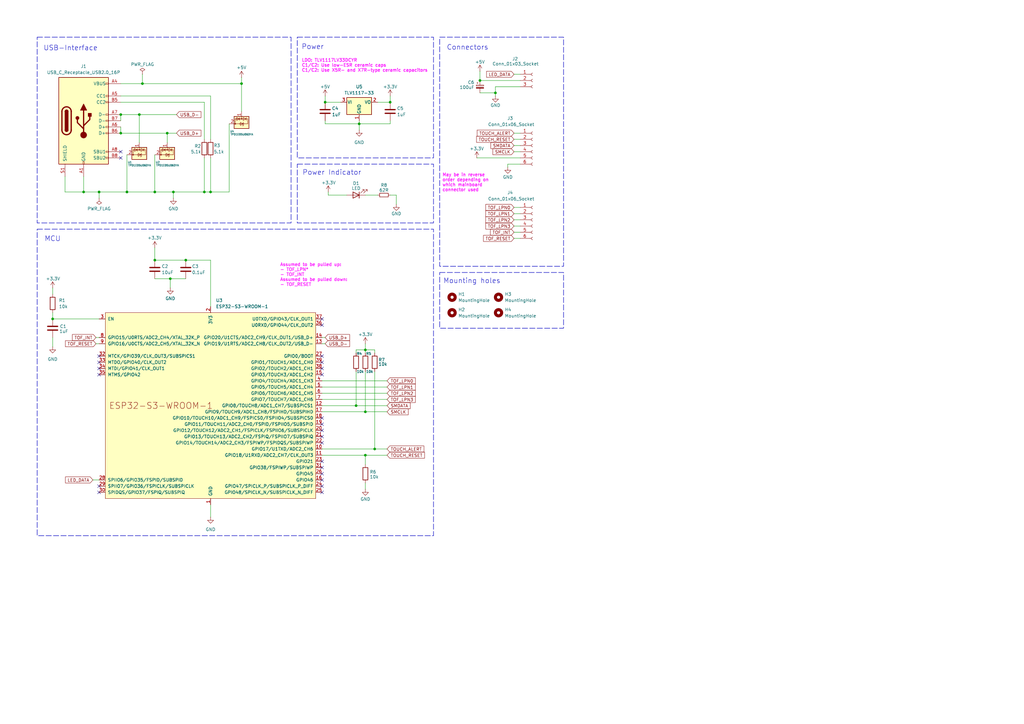
<source format=kicad_sch>
(kicad_sch (version 20250114) (generator "eeschema") (generator_version "9.0")
  (paper "A3")
  (lib_symbols
    (symbol "Connector:Conn_01x03_Socket" (pin_names (offset 1.016) (hide yes))
      (property "Reference" "J" (at 0 5.08 0))
      (property "Value" "Conn_01x03_Socket" (at 0 -5.08 0))
      (symbol "Conn_01x03_Socket_1_1"
        (polyline (pts (xy -1.27 2.54) (xy -0.508 2.54)) (stroke (width 0.1524)))
        (polyline (pts (xy -1.27 0) (xy -0.508 0)) (stroke (width 0.1524)))
        (polyline (pts (xy -1.27 -2.54) (xy -0.508 -2.54)) (stroke (width 0.1524)))
        (arc (start 0 2.032) (mid -0.5058 2.54) (end 0 3.048) (stroke (width 0.1524)))
        (arc (start 0 -0.508) (mid -0.5058 0) (end 0 0.508) (stroke (width 0.1524)))
        (arc (start 0 -3.048) (mid -0.5058 -2.54) (end 0 -2.032) (stroke (width 0.1524)))
        (pin passive line (at -5.08 2.54 0) (length 3.81) (name "Pin_1") (number "1"))
        (pin passive line (at -5.08 0 0) (length 3.81) (name "Pin_2") (number "2"))
        (pin passive line (at -5.08 -2.54 0) (length 3.81) (name "Pin_3") (number "3"))
      )
    )
    (symbol "Connector:Conn_01x06_Socket" (pin_names (offset 1.016) (hide yes))
      (property "Reference" "J" (at 0 7.62 0))
      (property "Value" "Conn_01x06_Socket" (at 0 -10.16 0))
      (symbol "Conn_01x06_Socket_1_1"
        (polyline (pts (xy -1.27 5.08) (xy -0.508 5.08)) (stroke (width 0.1524)))
        (polyline (pts (xy -1.27 2.54) (xy -0.508 2.54)) (stroke (width 0.1524)))
        (polyline (pts (xy -1.27 0) (xy -0.508 0)) (stroke (width 0.1524)))
        (polyline (pts (xy -1.27 -2.54) (xy -0.508 -2.54)) (stroke (width 0.1524)))
        (polyline (pts (xy -1.27 -5.08) (xy -0.508 -5.08)) (stroke (width 0.1524)))
        (polyline (pts (xy -1.27 -7.62) (xy -0.508 -7.62)) (stroke (width 0.1524)))
        (arc (start 0 4.572) (mid -0.5058 5.08) (end 0 5.588) (stroke (width 0.1524)))
        (arc (start 0 2.032) (mid -0.5058 2.54) (end 0 3.048) (stroke (width 0.1524)))
        (arc (start 0 -0.508) (mid -0.5058 0) (end 0 0.508) (stroke (width 0.1524)))
        (arc (start 0 -3.048) (mid -0.5058 -2.54) (end 0 -2.032) (stroke (width 0.1524)))
        (arc (start 0 -5.588) (mid -0.5058 -5.08) (end 0 -4.572) (stroke (width 0.1524)))
        (arc (start 0 -8.128) (mid -0.5058 -7.62) (end 0 -7.112) (stroke (width 0.1524)))
        (pin passive line (at -5.08 5.08 0) (length 3.81) (name "Pin_1") (number "1"))
        (pin passive line (at -5.08 2.54 0) (length 3.81) (name "Pin_2") (number "2"))
        (pin passive line (at -5.08 0 0) (length 3.81) (name "Pin_3") (number "3"))
        (pin passive line (at -5.08 -2.54 0) (length 3.81) (name "Pin_4") (number "4"))
        (pin passive line (at -5.08 -5.08 0) (length 3.81) (name "Pin_5") (number "5"))
        (pin passive line (at -5.08 -7.62 0) (length 3.81) (name "Pin_6") (number "6"))
      )
    )
    (symbol "Connector:USB_C_Receptacle_USB2.0_16P" (pin_names (offset 1.016))
      (property "Reference" "J" (at 0 22.225 0))
      (property "Value" "USB_C_Receptacle_USB2.0_16P" (at 0 19.685 0))
      (symbol "USB_C_Receptacle_USB2.0_16P_0_0"
        (rectangle (start -0.254 -17.78) (end 0.254 -16.764))
        (rectangle (start 10.16 15.494) (end 9.144 14.986))
        (rectangle (start 10.16 10.414) (end 9.144 9.906))
        (rectangle (start 10.16 7.874) (end 9.144 7.366))
        (rectangle (start 10.16 2.794) (end 9.144 2.286))
        (rectangle (start 10.16 0.254) (end 9.144 -0.254))
        (rectangle (start 10.16 -2.286) (end 9.144 -2.794))
        (rectangle (start 10.16 -4.826) (end 9.144 -5.334))
        (rectangle (start 10.16 -12.446) (end 9.144 -12.954))
        (rectangle (start 10.16 -14.986) (end 9.144 -15.494))
      )
      (symbol "USB_C_Receptacle_USB2.0_16P_0_1"
        (rectangle (start -10.16 17.78) (end 10.16 -17.78) (stroke (width 0.254)) (fill (type background)))
        (polyline (pts (xy -8.89 -3.81) (xy -8.89 3.81)) (stroke (width 0.508)))
        (rectangle (start -7.62 -3.81) (end -6.35 3.81) (stroke (width 0.254)) (fill (type outline)))
        (arc (start -7.62 3.81) (mid -6.985 4.4423) (end -6.35 3.81) (stroke (width 0.254)))
        (arc (start -7.62 3.81) (mid -6.985 4.4423) (end -6.35 3.81) (stroke (width 0.254)) (fill (type outline)))
        (arc (start -8.89 3.81) (mid -6.985 5.7067) (end -5.08 3.81) (stroke (width 0.508)))
        (arc (start -5.08 -3.81) (mid -6.985 -5.7067) (end -8.89 -3.81) (stroke (width 0.508)))
        (arc (start -6.35 -3.81) (mid -6.985 -4.4423) (end -7.62 -3.81) (stroke (width 0.254)))
        (arc (start -6.35 -3.81) (mid -6.985 -4.4423) (end -7.62 -3.81) (stroke (width 0.254)) (fill (type outline)))
        (polyline (pts (xy -5.08 3.81) (xy -5.08 -3.81)) (stroke (width 0.508)))
        (circle (center -2.54 1.143) (radius 0.635) (stroke (width 0.254)) (fill (type outline)))
        (polyline (pts (xy -1.27 4.318) (xy 0 6.858) (xy 1.27 4.318) (xy -1.27 4.318)) (stroke (width 0.254)) (fill (type outline)))
        (polyline (pts (xy 0 -2.032) (xy 2.54 0.508) (xy 2.54 1.778)) (stroke (width 0.508)))
        (polyline (pts (xy 0 -3.302) (xy -2.54 -0.762) (xy -2.54 0.508)) (stroke (width 0.508)))
        (polyline (pts (xy 0 -5.842) (xy 0 4.318)) (stroke (width 0.508)))
        (circle (center 0 -5.842) (radius 1.27) (fill (type outline)))
        (rectangle (start 1.905 1.778) (end 3.175 3.048) (stroke (width 0.254)) (fill (type outline)))
      )
      (symbol "USB_C_Receptacle_USB2.0_16P_1_1"
        (pin passive line (at -7.62 -22.86 90) (length 5.08) (name "SHIELD") (number "S1"))
        (pin passive line (at 0 -22.86 90) (length 5.08) (name "GND") (number "A1"))
        (pin passive line (at 0 -22.86 90) (length 5.08) (hide yes) (name "GND") (number "A12"))
        (pin passive line (at 0 -22.86 90) (length 5.08) (hide yes) (name "GND") (number "B1"))
        (pin passive line (at 0 -22.86 90) (length 5.08) (hide yes) (name "GND") (number "B12"))
        (pin passive line (at 15.24 15.24 180) (length 5.08) (name "VBUS") (number "A4"))
        (pin passive line (at 15.24 15.24 180) (length 5.08) (hide yes) (name "VBUS") (number "A9"))
        (pin passive line (at 15.24 15.24 180) (length 5.08) (hide yes) (name "VBUS") (number "B4"))
        (pin passive line (at 15.24 15.24 180) (length 5.08) (hide yes) (name "VBUS") (number "B9"))
        (pin bidirectional line (at 15.24 10.16 180) (length 5.08) (name "CC1") (number "A5"))
        (pin bidirectional line (at 15.24 7.62 180) (length 5.08) (name "CC2") (number "B5"))
        (pin bidirectional line (at 15.24 2.54 180) (length 5.08) (name "D-") (number "A7"))
        (pin bidirectional line (at 15.24 0 180) (length 5.08) (name "D-") (number "B7"))
        (pin bidirectional line (at 15.24 -2.54 180) (length 5.08) (name "D+") (number "A6"))
        (pin bidirectional line (at 15.24 -5.08 180) (length 5.08) (name "D+") (number "B6"))
        (pin bidirectional line (at 15.24 -12.7 180) (length 5.08) (name "SBU1") (number "A8"))
        (pin bidirectional line (at 15.24 -15.24 180) (length 5.08) (name "SBU2") (number "B8"))
      )
    )
    (symbol "Device:C" (pin_numbers (hide yes)) (pin_names (offset 0.254))
      (property "Reference" "C" (at 0.635 2.54 0))
      (property "Value" "C" (at 0.635 -2.54 0))
      (symbol "C_0_1"
        (polyline (pts (xy -2.032 0.762) (xy 2.032 0.762)) (stroke (width 0.508)))
        (polyline (pts (xy -2.032 -0.762) (xy 2.032 -0.762)) (stroke (width 0.508)))
      )
      (symbol "C_1_1"
        (pin passive line (at 0 3.81 270) (length 2.794) (name "~") (number "1"))
        (pin passive line (at 0 -3.81 90) (length 2.794) (name "~") (number "2"))
      )
    )
    (symbol "Device:C_Polarized_Small" (pin_numbers (hide yes)) (pin_names (offset 0.254) (hide yes))
      (property "Reference" "C" (at 0.254 1.778 0))
      (property "Value" "C_Polarized_Small" (at 0.254 -2.032 0))
      (symbol "C_Polarized_Small_0_1"
        (rectangle (start -1.524 0.6858) (end 1.524 0.3048))
        (rectangle (start -1.524 -0.3048) (end 1.524 -0.6858) (fill (type outline)))
        (polyline (pts (xy -1.27 1.524) (xy -0.762 1.524)))
        (polyline (pts (xy -1.016 1.27) (xy -1.016 1.778)))
      )
      (symbol "C_Polarized_Small_1_1"
        (pin passive line (at 0 2.54 270) (length 1.8542) (name "~") (number "1"))
        (pin passive line (at 0 -2.54 90) (length 1.8542) (name "~") (number "2"))
      )
    )
    (symbol "Device:LED" (pin_numbers (hide yes)) (pin_names (offset 1.016) (hide yes))
      (property "Reference" "D" (at 0 2.54 0))
      (property "Value" "LED" (at 0 -2.54 0))
      (symbol "LED_0_1"
        (polyline (pts (xy -3.048 -0.762) (xy -4.572 -2.286) (xy -3.81 -2.286) (xy -4.572 -2.286) (xy -4.572 -1.524)))
        (polyline (pts (xy -1.778 -0.762) (xy -3.302 -2.286) (xy -2.54 -2.286) (xy -3.302 -2.286) (xy -3.302 -1.524)))
        (polyline (pts (xy -1.27 0) (xy 1.27 0)))
        (polyline (pts (xy -1.27 -1.27) (xy -1.27 1.27)) (stroke (width 0.254)))
        (polyline (pts (xy 1.27 -1.27) (xy 1.27 1.27) (xy -1.27 0) (xy 1.27 -1.27)) (stroke (width 0.254)))
      )
      (symbol "LED_1_1"
        (pin passive line (at -3.81 0 0) (length 2.54) (name "K") (number "1"))
        (pin passive line (at 3.81 0 180) (length 2.54) (name "A") (number "2"))
      )
    )
    (symbol "Device:R" (pin_numbers (hide yes)) (pin_names (offset 0))
      (property "Reference" "R" (at 2.032 0 90))
      (property "Value" "R" (at 0 0 90))
      (symbol "R_0_1"
        (rectangle (start -1.016 -2.54) (end 1.016 2.54) (stroke (width 0.254)))
      )
      (symbol "R_1_1"
        (pin passive line (at 0 3.81 270) (length 1.27) (name "~") (number "1"))
        (pin passive line (at 0 -3.81 90) (length 1.27) (name "~") (number "2"))
      )
    )
    (symbol "Device:R_Small" (pin_numbers (hide yes)) (pin_names (offset 0.254) (hide yes))
      (property "Reference" "R" (at 0 0 90))
      (property "Value" "R_Small" (at 1.778 0 90))
      (symbol "R_Small_0_1"
        (rectangle (start -0.762 1.778) (end 0.762 -1.778) (stroke (width 0.2032)))
      )
      (symbol "R_Small_1_1"
        (pin passive line (at 0 2.54 270) (length 0.762) (name "~") (number "1"))
        (pin passive line (at 0 -2.54 90) (length 0.762) (name "~") (number "2"))
      )
    )
    (symbol "Mechanical:MountingHole" (pin_names (offset 1.016)) (in_bom no)
      (property "Reference" "H" (at 0 5.08 0))
      (property "Value" "MountingHole" (at 0 3.175 0))
      (symbol "MountingHole_0_1"
        (circle (center 0 0) (radius 1.27) (stroke (width 1.27)))
      )
    )
    (symbol "PCM_Espressif:ESP32-S3-WROOM-1" (pin_names (offset 1.016))
      (property "Reference" "U" (at -43.18 43.18 0))
      (property "Value" "ESP32-S3-WROOM-1" (at -43.18 40.64 0))
      (symbol "ESP32-S3-WROOM-1_0_0"
        (text "ESP32-S3-WROOM-1" (at -20.32 0 0) (effects (font (size 2.54 2.54))))
        (pin input line (at -45.72 35.56 0) (length 2.54) (name "EN") (number "3"))
        (pin bidirectional line (at -45.72 27.94 0) (length 2.54) (name "GPIO15/U0RTS/ADC2_CH4/XTAL_32K_P") (number "8"))
        (pin bidirectional line (at -45.72 25.4 0) (length 2.54) (name "GPIO16/U0CTS/ADC2_CH5/XTAL_32K_N") (number "9"))
        (pin bidirectional line (at -45.72 20.32 0) (length 2.54) (name "MTCK/GPIO39/CLK_OUT3/SUBSPICS1") (number "32"))
        (pin bidirectional line (at -45.72 17.78 0) (length 2.54) (name "MTDO/GPIO40/CLK_OUT2") (number "33"))
        (pin bidirectional line (at -45.72 15.24 0) (length 2.54) (name "MTDI/GPIO41/CLK_OUT1") (number "34"))
        (pin bidirectional line (at -45.72 12.7 0) (length 2.54) (name "MTMS/GPIO42") (number "35"))
        (pin bidirectional line (at -45.72 -30.48 0) (length 2.54) (name "SPIIO6/GPIO35/FSPID/SUBSPID") (number "28"))
        (pin bidirectional line (at -45.72 -33.02 0) (length 2.54) (name "SPIIO7/GPIO36/FSPICLK/SUBSPICLK") (number "29"))
        (pin bidirectional line (at -45.72 -35.56 0) (length 2.54) (name "SPIDQS/GPIO37/FSPIQ/SUBSPIQ") (number "30"))
        (pin power_in line (at 0 40.64 270) (length 2.54) (name "3V3") (number "2"))
        (pin power_in line (at 0 -40.64 90) (length 2.54) (name "GND") (number "1"))
        (pin passive line (at 0 -40.64 90) (length 2.54) (hide yes) (name "GND") (number "40"))
        (pin passive line (at 0 -40.64 90) (length 2.54) (hide yes) (name "GND") (number "41"))
        (pin bidirectional line (at 45.72 35.56 180) (length 2.54) (name "U0TXD/GPIO43/CLK_OUT1") (number "37"))
        (pin bidirectional line (at 45.72 33.02 180) (length 2.54) (name "U0RXD/GPIO44/CLK_OUT2") (number "36"))
        (pin bidirectional line (at 45.72 27.94 180) (length 2.54) (name "GPIO20/U1CTS/ADC2_CH9/CLK_OUT1/USB_D+") (number "14"))
        (pin bidirectional line (at 45.72 25.4 180) (length 2.54) (name "GPIO19/U1RTS/ADC2_CH8/CLK_OUT2/USB_D-") (number "13"))
        (pin bidirectional line (at 45.72 20.32 180) (length 2.54) (name "GPIO0/BOOT") (number "27"))
        (pin bidirectional line (at 45.72 17.78 180) (length 2.54) (name "GPIO1/TOUCH1/ADC1_CH0") (number "39"))
        (pin bidirectional line (at 45.72 15.24 180) (length 2.54) (name "GPIO2/TOUCH2/ADC1_CH1") (number "38"))
        (pin bidirectional line (at 45.72 12.7 180) (length 2.54) (name "GPIO3/TOUCH3/ADC1_CH2") (number "15"))
        (pin bidirectional line (at 45.72 10.16 180) (length 2.54) (name "GPIO4/TOUCH4/ADC1_CH3") (number "4"))
        (pin bidirectional line (at 45.72 7.62 180) (length 2.54) (name "GPIO5/TOUCH5/ADC1_CH4") (number "5"))
        (pin bidirectional line (at 45.72 5.08 180) (length 2.54) (name "GPIO6/TOUCH6/ADC1_CH5") (number "6"))
        (pin bidirectional line (at 45.72 2.54 180) (length 2.54) (name "GPIO7/TOUCH7/ADC1_CH6") (number "7"))
        (pin bidirectional line (at 45.72 0 180) (length 2.54) (name "GPIO8/TOUCH8/ADC1_CH7/SUBSPICS1") (number "12"))
        (pin bidirectional line (at 45.72 -2.54 180) (length 2.54) (name "GPIO9/TOUCH9/ADC1_CH8/FSPIHD/SUBSPIHD") (number "17"))
        (pin bidirectional line (at 45.72 -5.08 180) (length 2.54) (name "GPIO10/TOUCH10/ADC1_CH9/FSPICS0/FSPIIO4/SUBSPICS0") (number "18"))
        (pin bidirectional line (at 45.72 -7.62 180) (length 2.54) (name "GPIO11/TOUCH11/ADC2_CH0/FSPID/FSPIIO5/SUBSPID") (number "19"))
        (pin bidirectional line (at 45.72 -10.16 180) (length 2.54) (name "GPIO12/TOUCH12/ADC2_CH1/FSPICLK/FSPIIO6/SUBSPICLK") (number "20"))
        (pin bidirectional line (at 45.72 -12.7 180) (length 2.54) (name "GPIO13/TOUCH13/ADC2_CH2/FSPIQ/FSPIIO7/SUBSPIQ") (number "21"))
        (pin bidirectional line (at 45.72 -15.24 180) (length 2.54) (name "GPIO14/TOUCH14/ADC2_CH3/FSPIWP/FSPIDQS/SUBSPIWP") (number "22"))
        (pin bidirectional line (at 45.72 -17.78 180) (length 2.54) (name "GPIO17/U1TXD/ADC2_CH6") (number "10"))
        (pin bidirectional line (at 45.72 -20.32 180) (length 2.54) (name "GPIO18/U1RXD/ADC2_CH7/CLK_OUT3") (number "11"))
        (pin bidirectional line (at 45.72 -22.86 180) (length 2.54) (name "GPIO21") (number "23"))
        (pin bidirectional line (at 45.72 -25.4 180) (length 2.54) (name "GPIO38/FSPIWP/SUBSPIWP") (number "31"))
        (pin bidirectional line (at 45.72 -27.94 180) (length 2.54) (name "GPIO45") (number "26"))
        (pin bidirectional line (at 45.72 -30.48 180) (length 2.54) (name "GPIO46") (number "16"))
        (pin bidirectional line (at 45.72 -33.02 180) (length 2.54) (name "GPIO47/SPICLK_P/SUBSPICLK_P_DIFF") (number "24"))
        (pin bidirectional line (at 45.72 -35.56 180) (length 2.54) (name "GPIO48/SPICLK_N/SUBSPICLK_N_DIFF") (number "25"))
      )
      (symbol "ESP32-S3-WROOM-1_0_1"
        (rectangle (start -43.18 38.1) (end 43.18 -38.1) (fill (type background)))
      )
    )
    (symbol "Power_Protection:TPD1E05U06DYA" (pin_names (offset 0) (hide yes))
      (property "Reference" "U" (at -2.54 3.175 0))
      (property "Value" "TPD1E05U06DYA" (at 1.27 3.175 0))
      (symbol "TPD1E05U06DYA_0_1"
        (rectangle (start -3.048 1.905) (end 3.048 -3.048) (stroke (width 0.254)) (fill (type background)))
        (polyline (pts (xy -2.54 -2.032) (xy -2.54 0)))
        (polyline (pts (xy -1.905 -2.032) (xy -0.635 -1.397) (xy -0.635 -2.667) (xy -1.905 -2.032)))
        (polyline (pts (xy -1.905 -2.667) (xy -1.905 -1.397)))
        (polyline (pts (xy -1.016 0) (xy -2.54 0)))
        (polyline (pts (xy -0.762 0.762) (xy -0.762 0.762)))
        (polyline (pts (xy -0.762 0) (xy 0.508 0.635) (xy 0.508 -0.635) (xy -0.762 0)))
        (polyline (pts (xy -0.762 -0.762) (xy -0.762 0.762)))
        (polyline (pts (xy -0.635 -2.032) (xy -2.54 -2.032)))
        (polyline (pts (xy -0.635 -2.032) (xy 0.635 -2.032)))
        (polyline (pts (xy -0.381 0.762) (xy -0.762 0.762)))
        (circle (center 0 -2.032) (radius 0.2032) (fill (type outline)))
        (polyline (pts (xy 0 -2.54) (xy 0 -2.032)))
        (polyline (pts (xy 0.762 -2.032) (xy 2.032 -1.397) (xy 2.032 -2.667) (xy 0.762 -2.032)))
        (polyline (pts (xy 0.762 -2.667) (xy 0.762 -1.397)))
        (polyline (pts (xy 0.889 0) (xy -1.016 0)))
        (polyline (pts (xy 0.889 0) (xy -1.016 0)))
        (polyline (pts (xy 0.889 0) (xy 2.54 0)))
        (circle (center 2.54 0) (radius 0.2032) (fill (type outline)))
        (polyline (pts (xy 2.54 -2.032) (xy 0.635 -2.032)))
        (polyline (pts (xy 2.54 -2.032) (xy 0.635 -2.032)))
        (polyline (pts (xy 2.54 -2.032) (xy 2.54 0)))
      )
      (symbol "TPD1E05U06DYA_1_1"
        (pin passive line (at 0 -5.08 90) (length 2.54) (name "I/O") (number "1"))
        (pin power_in line (at 5.08 0 180) (length 2.54) (name "GND") (number "2"))
      )
    )
    (symbol "Regulator_Linear:TLV1117-33" (pin_names (offset 0.254))
      (property "Reference" "U" (at -3.81 3.175 0))
      (property "Value" "TLV1117-33" (at 0 3.175 0))
      (symbol "TLV1117-33_0_1"
        (rectangle (start -5.08 -5.08) (end 5.08 1.905) (stroke (width 0.254)) (fill (type background)))
      )
      (symbol "TLV1117-33_1_1"
        (pin power_in line (at -7.62 0 0) (length 2.54) (name "VI") (number "3"))
        (pin power_in line (at 0 -7.62 90) (length 2.54) (name "GND") (number "1"))
        (pin power_out line (at 7.62 0 180) (length 2.54) (name "VO") (number "2"))
      )
    )
    (symbol "power:+3.3V" (power) (pin_numbers (hide yes)) (pin_names (offset 0) (hide yes))
      (property "Value" "+3.3V" (at 0 3.556 0))
      (symbol "+3.3V_0_1"
        (polyline (pts (xy -0.762 1.27) (xy 0 2.54)))
        (polyline (pts (xy 0 2.54) (xy 0.762 1.27)))
        (polyline (pts (xy 0 0) (xy 0 2.54)))
      )
      (symbol "+3.3V_1_1"
        (pin power_in line (at 0 0 90) (length 0) (name "~") (number "1"))
      )
    )
    (symbol "power:+5V" (power) (pin_numbers (hide yes)) (pin_names (offset 0) (hide yes))
      (property "Value" "+5V" (at 0 3.556 0))
      (symbol "+5V_0_1"
        (polyline (pts (xy -0.762 1.27) (xy 0 2.54)))
        (polyline (pts (xy 0 2.54) (xy 0.762 1.27)))
        (polyline (pts (xy 0 0) (xy 0 2.54)))
      )
      (symbol "+5V_1_1"
        (pin power_in line (at 0 0 90) (length 0) (name "~") (number "1"))
      )
    )
    (symbol "power:GND" (power) (pin_numbers (hide yes)) (pin_names (offset 0) (hide yes))
      (property "Value" "GND" (at 0 -3.81 0))
      (symbol "GND_0_1"
        (polyline (pts (xy 0 0) (xy 0 -1.27) (xy 1.27 -1.27) (xy 0 -2.54) (xy -1.27 -1.27) (xy 0 -1.27)))
      )
      (symbol "GND_1_1"
        (pin power_in line (at 0 0 270) (length 0) (name "~") (number "1"))
      )
    )
    (symbol "power:PWR_FLAG" (power) (pin_numbers (hide yes)) (pin_names (offset 0) (hide yes))
      (property "Value" "PWR_FLAG" (at 0 3.81 0))
      (symbol "PWR_FLAG_0_0"
        (pin power_out line (at 0 0 90) (length 0) (name "~") (number "1"))
      )
      (symbol "PWR_FLAG_0_1"
        (polyline (pts (xy 0 0) (xy 0 1.27) (xy -1.016 1.905) (xy 0 2.54) (xy 1.016 1.905) (xy 0 1.27)))
      )
    )
  )
  (rectangle (start 15.24 93.98) (end 177.8 219.71) (stroke (width 0.2032) (type dash)))
  (rectangle (start 15.24 15.24) (end 119.38 91.44) (stroke (width 0.2032) (type dash)))
  (rectangle (start 121.92 67.31) (end 177.8 91.44) (stroke (width 0.2032) (type dash)))
  (rectangle (start 180.34 111.76) (end 231.14 134.62) (stroke (width 0.2032) (type dash)))
  (rectangle (start 180.34 15.24) (end 231.14 109.22) (stroke (width 0.2032) (type dash)))
  (rectangle (start 121.92 15.24) (end 177.8 64.77) (stroke (width 0.2032) (type dash)))
  (text "Assumed to be pulled up:\n- TOF_LPN*\n- TOF_INT\nAssumed to be pulled down:\n- TOF_RESET" (at 114.808 112.776 0) (effects (font (size 1.27 1.27) (thickness 0.254) (bold yes)) (justify left)))
  (text "May be in reverse\norder depending on\nwhich mainboard\nconnector used" (at 181.356 74.93 0) (effects (font (size 1.27 1.27) (thickness 0.254) (bold yes)) (justify left)))
  (text "Power Indicator" (at 136.144 70.866 0) (effects (font (size 2.032 2.032))))
  (text "Connectors" (at 191.77 19.558 0) (effects (font (size 2.032 2.032))))
  (text "MCU" (at 21.59 98.044 0) (effects (font (size 2.032 2.032))))
  (text "LDO: TLV1117LV33DCYR\nC1/C2: Use low-ESR ceramic caps\nC1/C2: Use X5R- and X7R-type ceramic capacitors" (at 123.698 26.924 0) (effects (font (size 1.27 1.27) (thickness 0.254) (bold yes)) (justify left)))
  (text "Mounting holes" (at 193.548 115.316 0) (effects (font (size 2.032 2.032))))
  (text "USB-Interface" (at 28.956 19.812 0) (effects (font (size 2.032 2.032))))
  (text "Power" (at 128.27 19.304 0) (effects (font (size 2.032 2.032))))
  (junction (at 133.35 41.91))
  (junction (at 69.85 114.3))
  (junction (at 71.12 78.74))
  (junction (at 203.2 38.1))
  (junction (at 49.53 54.61))
  (junction (at 146.05 166.37))
  (junction (at 63.5 106.68))
  (junction (at 196.85 33.02))
  (junction (at 52.07 78.74))
  (junction (at 147.32 50.8))
  (junction (at 99.06 34.29))
  (junction (at 49.53 46.99))
  (junction (at 83.82 78.74))
  (junction (at 40.64 78.74))
  (junction (at 57.15 46.99))
  (junction (at 160.02 41.91))
  (junction (at 149.86 168.91))
  (junction (at 76.2 106.68))
  (junction (at 68.58 54.61))
  (junction (at 58.42 34.29))
  (junction (at 21.59 130.81))
  (junction (at 63.5 78.74))
  (junction (at 86.36 78.74))
  (junction (at 149.86 143.51))
  (junction (at 34.29 78.74))
  (junction (at 153.67 184.15))
  (junction (at 149.86 186.69))
  (no_connect (at 132.08 199.39))
  (no_connect (at 132.08 148.59))
  (no_connect (at 49.53 64.77))
  (no_connect (at 40.64 146.05))
  (no_connect (at 132.08 201.93))
  (no_connect (at 40.64 151.13))
  (no_connect (at 40.64 199.39))
  (no_connect (at 132.08 179.07))
  (no_connect (at 132.08 176.53))
  (no_connect (at 40.64 201.93))
  (no_connect (at 132.08 189.23))
  (no_connect (at 132.08 171.45))
  (no_connect (at 40.64 148.59))
  (no_connect (at 132.08 133.35))
  (no_connect (at 132.08 146.05))
  (no_connect (at 132.08 173.99))
  (no_connect (at 49.53 62.23))
  (no_connect (at 40.64 153.67))
  (no_connect (at 132.08 130.81))
  (no_connect (at 132.08 191.77))
  (no_connect (at 132.08 194.31))
  (no_connect (at 132.08 181.61))
  (no_connect (at 132.08 151.13))
  (no_connect (at 132.08 153.67))
  (no_connect (at 132.08 196.85))
  (wire (pts (xy 149.86 168.91) (xy 158.75 168.91)))
  (wire (pts (xy 58.42 34.29) (xy 99.06 34.29)))
  (wire (pts (xy 26.67 78.74) (xy 34.29 78.74)))
  (wire (pts (xy 153.67 152.4) (xy 153.67 184.15)))
  (wire (pts (xy 57.15 46.99) (xy 57.15 58.42)))
  (wire (pts (xy 153.67 184.15) (xy 158.75 184.15)))
  (wire (pts (xy 132.08 158.75) (xy 158.75 158.75)))
  (wire (pts (xy 49.53 46.99) (xy 57.15 46.99)))
  (wire (pts (xy 132.08 184.15) (xy 153.67 184.15)))
  (wire (pts (xy 210.82 62.23) (xy 213.36 62.23)))
  (wire (pts (xy 132.08 168.91) (xy 149.86 168.91)))
  (wire (pts (xy 83.82 57.15) (xy 83.82 41.91)))
  (wire (pts (xy 63.5 78.74) (xy 71.12 78.74)))
  (wire (pts (xy 203.2 39.37) (xy 203.2 38.1)))
  (wire (pts (xy 213.36 35.56) (xy 203.2 35.56)))
  (wire (pts (xy 160.02 49.53) (xy 160.02 50.8)))
  (wire (pts (xy 160.02 50.8) (xy 147.32 50.8)))
  (wire (pts (xy 39.37 140.97) (xy 40.64 140.97)))
  (wire (pts (xy 52.07 63.5) (xy 52.07 78.74)))
  (wire (pts (xy 162.56 80.01) (xy 160.02 80.01)))
  (wire (pts (xy 49.53 52.07) (xy 49.53 54.61)))
  (wire (pts (xy 146.05 143.51) (xy 146.05 144.78)))
  (wire (pts (xy 49.53 54.61) (xy 68.58 54.61)))
  (wire (pts (xy 210.82 54.61) (xy 213.36 54.61)))
  (wire (pts (xy 21.59 130.81) (xy 40.64 130.81)))
  (wire (pts (xy 76.2 106.68) (xy 86.36 106.68)))
  (wire (pts (xy 21.59 138.43) (xy 21.59 142.24)))
  (wire (pts (xy 210.82 59.69) (xy 213.36 59.69)))
  (wire (pts (xy 132.08 156.21) (xy 158.75 156.21)))
  (wire (pts (xy 132.08 140.97) (xy 133.35 140.97)))
  (wire (pts (xy 213.36 67.31) (xy 208.28 67.31)))
  (wire (pts (xy 149.86 190.5) (xy 149.86 186.69)))
  (wire (pts (xy 133.35 50.8) (xy 133.35 49.53)))
  (wire (pts (xy 21.59 128.27) (xy 21.59 130.81)))
  (wire (pts (xy 210.82 95.25) (xy 213.36 95.25)))
  (wire (pts (xy 162.56 80.01) (xy 162.56 83.82)))
  (wire (pts (xy 153.67 143.51) (xy 153.67 144.78)))
  (wire (pts (xy 68.58 54.61) (xy 68.58 58.42)))
  (wire (pts (xy 38.1 196.85) (xy 40.64 196.85)))
  (wire (pts (xy 149.86 143.51) (xy 149.86 144.78)))
  (wire (pts (xy 149.86 80.01) (xy 154.94 80.01)))
  (wire (pts (xy 132.08 138.43) (xy 133.35 138.43)))
  (wire (pts (xy 149.86 152.4) (xy 149.86 168.91)))
  (wire (pts (xy 133.35 39.37) (xy 133.35 41.91)))
  (wire (pts (xy 154.94 41.91) (xy 160.02 41.91)))
  (wire (pts (xy 71.12 81.28) (xy 71.12 78.74)))
  (wire (pts (xy 132.08 163.83) (xy 158.75 163.83)))
  (wire (pts (xy 196.85 33.02) (xy 213.36 33.02)))
  (wire (pts (xy 49.53 41.91) (xy 83.82 41.91)))
  (wire (pts (xy 134.62 78.74) (xy 134.62 80.01)))
  (wire (pts (xy 149.86 143.51) (xy 153.67 143.51)))
  (wire (pts (xy 40.64 81.28) (xy 40.64 78.74)))
  (wire (pts (xy 86.36 207.01) (xy 86.36 212.09)))
  (wire (pts (xy 21.59 118.11) (xy 21.59 120.65)))
  (wire (pts (xy 149.86 140.97) (xy 149.86 143.51)))
  (wire (pts (xy 210.82 97.79) (xy 213.36 97.79)))
  (wire (pts (xy 146.05 143.51) (xy 149.86 143.51)))
  (wire (pts (xy 133.35 50.8) (xy 147.32 50.8)))
  (wire (pts (xy 34.29 78.74) (xy 40.64 78.74)))
  (wire (pts (xy 146.05 152.4) (xy 146.05 166.37)))
  (wire (pts (xy 210.82 87.63) (xy 213.36 87.63)))
  (wire (pts (xy 210.82 92.71) (xy 213.36 92.71)))
  (wire (pts (xy 34.29 72.39) (xy 34.29 78.74)))
  (wire (pts (xy 132.08 161.29) (xy 158.75 161.29)))
  (wire (pts (xy 86.36 64.77) (xy 86.36 78.74)))
  (wire (pts (xy 149.86 186.69) (xy 158.75 186.69)))
  (wire (pts (xy 86.36 106.68) (xy 86.36 125.73)))
  (wire (pts (xy 49.53 46.99) (xy 49.53 49.53)))
  (wire (pts (xy 195.58 64.77) (xy 213.36 64.77)))
  (wire (pts (xy 52.07 78.74) (xy 63.5 78.74)))
  (wire (pts (xy 203.2 35.56) (xy 203.2 38.1)))
  (wire (pts (xy 39.37 138.43) (xy 40.64 138.43)))
  (wire (pts (xy 63.5 114.3) (xy 69.85 114.3)))
  (wire (pts (xy 210.82 85.09) (xy 213.36 85.09)))
  (wire (pts (xy 58.42 30.48) (xy 58.42 34.29)))
  (wire (pts (xy 69.85 114.3) (xy 76.2 114.3)))
  (wire (pts (xy 210.82 30.48) (xy 213.36 30.48)))
  (wire (pts (xy 147.32 49.53) (xy 147.32 50.8)))
  (wire (pts (xy 160.02 41.91) (xy 160.02 39.37)))
  (wire (pts (xy 57.15 46.99) (xy 72.39 46.99)))
  (wire (pts (xy 63.5 101.6) (xy 63.5 106.68)))
  (wire (pts (xy 83.82 64.77) (xy 83.82 78.74)))
  (wire (pts (xy 49.53 39.37) (xy 86.36 39.37)))
  (wire (pts (xy 93.98 50.8) (xy 93.98 78.74)))
  (wire (pts (xy 69.85 114.3) (xy 69.85 118.11)))
  (wire (pts (xy 196.85 38.1) (xy 203.2 38.1)))
  (wire (pts (xy 40.64 78.74) (xy 52.07 78.74)))
  (wire (pts (xy 147.32 53.34) (xy 147.32 50.8)))
  (wire (pts (xy 146.05 166.37) (xy 158.75 166.37)))
  (wire (pts (xy 99.06 45.72) (xy 99.06 34.29)))
  (wire (pts (xy 68.58 54.61) (xy 72.39 54.61)))
  (wire (pts (xy 149.86 198.12) (xy 149.86 200.66)))
  (wire (pts (xy 63.5 63.5) (xy 63.5 78.74)))
  (wire (pts (xy 26.67 72.39) (xy 26.67 78.74)))
  (wire (pts (xy 132.08 186.69) (xy 149.86 186.69)))
  (wire (pts (xy 86.36 78.74) (xy 93.98 78.74)))
  (wire (pts (xy 99.06 31.75) (xy 99.06 34.29)))
  (wire (pts (xy 196.85 29.21) (xy 196.85 33.02)))
  (wire (pts (xy 83.82 78.74) (xy 86.36 78.74)))
  (wire (pts (xy 49.53 34.29) (xy 58.42 34.29)))
  (wire (pts (xy 133.35 41.91) (xy 139.7 41.91)))
  (wire (pts (xy 210.82 57.15) (xy 213.36 57.15)))
  (wire (pts (xy 71.12 78.74) (xy 83.82 78.74)))
  (wire (pts (xy 132.08 166.37) (xy 146.05 166.37)))
  (wire (pts (xy 86.36 39.37) (xy 86.36 57.15)))
  (wire (pts (xy 208.28 67.31) (xy 208.28 68.58)))
  (wire (pts (xy 210.82 90.17) (xy 213.36 90.17)))
  (wire (pts (xy 63.5 106.68) (xy 76.2 106.68)))
  (wire (pts (xy 134.62 80.01) (xy 142.24 80.01)))
  (global_label "TOF_LPN2" (shape input) (at 210.82 90.17 180) (property "Intersheetrefs" "${INTERSHEET_REFS}" (effects (hide yes))))
  (global_label "USB_D-" (shape input) (at 133.35 140.97 0) (property "Intersheetrefs" "${INTERSHEET_REFS}" (effects (hide yes))))
  (global_label "TOF_LPN1" (shape input) (at 210.82 87.63 180) (property "Intersheetrefs" "${INTERSHEET_REFS}" (effects (hide yes))))
  (global_label "USB_D-" (shape input) (at 72.39 46.99 0) (property "Intersheetrefs" "${INTERSHEET_REFS}" (effects (hide yes))))
  (global_label "TOUCH_ALERT" (shape input) (at 210.82 54.61 180) (property "Intersheetrefs" "${INTERSHEET_REFS}" (effects (hide yes))))
  (global_label "TOUCH_RESET" (shape input) (at 210.82 57.15 180) (property "Intersheetrefs" "${INTERSHEET_REFS}" (effects (hide yes))))
  (global_label "TOF_LPN3" (shape input) (at 210.82 92.71 180) (property "Intersheetrefs" "${INTERSHEET_REFS}" (effects (hide yes))))
  (global_label "LED_DATA" (shape input) (at 38.1 196.85 180) (property "Intersheetrefs" "${INTERSHEET_REFS}" (effects (hide yes))))
  (global_label "SMDATA" (shape input) (at 210.82 59.69 180) (property "Intersheetrefs" "${INTERSHEET_REFS}" (effects (hide yes))))
  (global_label "SMCLK" (shape input) (at 158.75 168.91 0) (property "Intersheetrefs" "${INTERSHEET_REFS}" (effects (hide yes))))
  (global_label "SMCLK" (shape input) (at 210.82 62.23 180) (property "Intersheetrefs" "${INTERSHEET_REFS}" (effects (hide yes))))
  (global_label "TOF_RESET" (shape input) (at 39.37 140.97 180) (property "Intersheetrefs" "${INTERSHEET_REFS}" (effects (hide yes))))
  (global_label "TOF_LPN3" (shape input) (at 158.75 163.83 0) (property "Intersheetrefs" "${INTERSHEET_REFS}" (effects (hide yes))))
  (global_label "TOUCH_ALERT" (shape input) (at 158.75 184.15 0) (property "Intersheetrefs" "${INTERSHEET_REFS}" (effects (hide yes))))
  (global_label "USB_D+" (shape input) (at 72.39 54.61 0) (property "Intersheetrefs" "${INTERSHEET_REFS}" (effects (hide yes))))
  (global_label "TOF_INT" (shape input) (at 39.37 138.43 180) (property "Intersheetrefs" "${INTERSHEET_REFS}" (effects (hide yes))))
  (global_label "TOF_LPN0" (shape input) (at 158.75 156.21 0) (property "Intersheetrefs" "${INTERSHEET_REFS}" (effects (hide yes))))
  (global_label "TOF_INT" (shape input) (at 210.82 95.25 180) (property "Intersheetrefs" "${INTERSHEET_REFS}" (effects (hide yes))))
  (global_label "LED_DATA" (shape input) (at 210.82 30.48 180) (property "Intersheetrefs" "${INTERSHEET_REFS}" (effects (hide yes))))
  (global_label "TOF_LPN0" (shape input) (at 210.82 85.09 180) (property "Intersheetrefs" "${INTERSHEET_REFS}" (effects (hide yes))))
  (global_label "SMDATA" (shape input) (at 158.75 166.37 0) (property "Intersheetrefs" "${INTERSHEET_REFS}" (effects (hide yes))))
  (global_label "TOF_RESET" (shape input) (at 210.82 97.79 180) (property "Intersheetrefs" "${INTERSHEET_REFS}" (effects (hide yes))))
  (global_label "TOUCH_RESET" (shape input) (at 158.75 186.69 0) (property "Intersheetrefs" "${INTERSHEET_REFS}" (effects (hide yes))))
  (global_label "TOF_LPN2" (shape input) (at 158.75 161.29 0) (property "Intersheetrefs" "${INTERSHEET_REFS}" (effects (hide yes))))
  (global_label "TOF_LPN1" (shape input) (at 158.75 158.75 0) (property "Intersheetrefs" "${INTERSHEET_REFS}" (effects (hide yes))))
  (global_label "USB_D+" (shape input) (at 133.35 138.43 0) (property "Intersheetrefs" "${INTERSHEET_REFS}" (effects (hide yes))))
  (symbol (lib_id "power:GND") (at 208.28 68.58 0) (mirror y) (unit 1)
    (property "Reference" "#PWR018" (effects (hide yes)))
    (property "Value" "GND" (at 208.28 72.644 0))
    (property "Description" "Power symbol creates a global label with name \"GND\" , ground" (effects (hide yes)))
  )
  (symbol (lib_id "power:+5V") (at 99.06 31.75 0) (unit 1)
    (property "Reference" "#PWR07" (effects (hide yes)))
    (property "Value" "+5V" (at 99.06 27.686 0))
    (property "Description" "Power symbol creates a global label with name \"+5V\"" (effects (hide yes)))
  )
  (symbol (lib_id "Device:C") (at 76.2 110.49 180) (unit 1)
    (property "Reference" "C3" (at 78.74 109.22 0) (effects (justify right)))
    (property "Value" "0.1uF" (at 78.74 111.76 0) (effects (justify right)))
    (property "Footprint" "Capacitor_SMD:C_0805_2012Metric_Pad1.18x1.45mm_HandSolder" (effects (hide yes)))
    (property "Description" "Unpolarized capacitor" (effects (hide yes)))
  )
  (symbol (lib_id "Connector:Conn_01x06_Socket") (at 218.44 90.17 0) (unit 1)
    (property "Reference" "J4" (at 208.026 78.994 0) (effects (justify left)))
    (property "Value" "Conn_01x06_Socket" (at 200.152 81.534 0) (effects (justify left)))
    (property "Footprint" "Connector_JST:JST_GH_SM06B-GHS-TB_1x06-1MP_P1.25mm_Horizontal" (effects (hide yes)))
    (property "Description" "Generic connector, single row, 01x06, script generated" (effects (hide yes)))
  )
  (symbol (lib_id "Device:R") (at 153.67 148.59 180) (unit 1)
    (property "Reference" "R7" (at 155.194 147.574 0) (effects (justify right)))
    (property "Value" "10k" (at 155.194 149.352 0) (effects (justify right)))
    (property "Footprint" "Resistor_SMD:R_0805_2012Metric_Pad1.20x1.40mm_HandSolder" (effects (hide yes)))
    (property "Description" "Resistor" (effects (hide yes)))
  )
  (symbol (lib_id "power:+5V") (at 196.85 29.21 0) (mirror y) (unit 1)
    (property "Reference" "#PWR016" (effects (hide yes)))
    (property "Value" "+5V" (at 196.85 25.4 0))
    (property "Description" "Power symbol creates a global label with name \"+5V\"" (effects (hide yes)))
  )
  (symbol (lib_id "Mechanical:MountingHole") (at 204.47 121.92 0) (unit 1) (exclude_from_sim yes) (in_bom no)
    (property "Reference" "H3" (at 207.01 120.6499 0) (effects (justify left)))
    (property "Value" "MountingHole" (at 207.01 123.1899 0) (effects (justify left)))
    (property "Footprint" "MountingHole:MountingHole_2.2mm_M2" (effects (hide yes)))
    (property "Description" "Mounting Hole without connection" (effects (hide yes)))
  )
  (symbol (lib_id "Power_Protection:TPD1E05U06DYA") (at 68.58 63.5 180) (unit 1)
    (property "Reference" "U2" (at 65.532 66.548 0) (effects (font (size 0.762 0.762)) (justify left)))
    (property "Value" "TPD1E05U06DYA" (at 73.406 67.818 0) (effects (font (size 0.762 0.762)) (justify left)))
    (property "Footprint" "Diode_SMD:D_SOD-523" (effects (hide yes)))
    (property "Datasheet" "https://www.ti.com/lit/ds/symlink/tpd1e05u06.pdf" (effects (hide yes)))
    (property "Description" "1-Channel ESD Protection for Super-Speed USB 3.0 Interface, SOD-523" (effects (hide yes)))
  )
  (symbol (lib_id "Device:C") (at 21.59 134.62 0) (unit 1)
    (property "Reference" "C1" (at 25.908 133.858 0))
    (property "Value" "1uF" (at 26.162 135.89 0))
    (property "Footprint" "Capacitor_SMD:C_0805_2012Metric_Pad1.18x1.45mm_HandSolder" (effects (hide yes)))
    (property "Description" "Unpolarized capacitor" (effects (hide yes)))
  )
  (symbol (lib_id "Device:LED") (at 146.05 80.01 180) (unit 1)
    (property "Reference" "D1" (at 146.05 75.184 0))
    (property "Value" "LED" (at 146.05 77.216 0))
    (property "Footprint" "LED_SMD:LED_0805_2012Metric_Pad1.15x1.40mm_HandSolder" (effects (hide yes)))
    (property "Description" "Light emitting diode" (effects (hide yes)))
    (property "Sim.Pins" "1=K 2=A" (effects (hide yes)))
  )
  (symbol (lib_id "Device:R") (at 149.86 194.31 180) (unit 1)
    (property "Reference" "R6" (at 151.638 193.548 0) (effects (justify right)))
    (property "Value" "10k" (at 151.638 195.58 0) (effects (justify right)))
    (property "Footprint" "Resistor_SMD:R_0805_2012Metric_Pad1.20x1.40mm_HandSolder" (effects (hide yes)))
    (property "Description" "Resistor" (effects (hide yes)))
  )
  (symbol (lib_id "Connector:Conn_01x03_Socket") (at 218.44 33.02 0) (unit 1)
    (property "Reference" "J2" (at 210.058 24.13 0) (effects (justify left)))
    (property "Value" "Conn_01x03_Socket" (at 201.93 26.162 0) (effects (justify left)))
    (property "Footprint" "Connector_JST:JST_PH_S3B-PH-SM4-TB_1x03-1MP_P2.00mm_Horizontal" (effects (hide yes)))
    (property "Description" "Generic connector, single row, 01x03, script generated" (effects (hide yes)))
  )
  (symbol (lib_id "Mechanical:MountingHole") (at 185.42 128.27 0) (unit 1) (exclude_from_sim yes) (in_bom no)
    (property "Reference" "H2" (at 187.96 126.9999 0) (effects (justify left)))
    (property "Value" "MountingHole" (at 187.96 129.5399 0) (effects (justify left)))
    (property "Footprint" "MountingHole:MountingHole_2.2mm_M2" (effects (hide yes)))
    (property "Description" "Mounting Hole without connection" (effects (hide yes)))
  )
  (symbol (lib_id "Mechanical:MountingHole") (at 204.47 128.27 0) (unit 1) (exclude_from_sim yes) (in_bom no)
    (property "Reference" "H4" (at 207.01 126.9999 0) (effects (justify left)))
    (property "Value" "MountingHole" (at 207.01 129.5399 0) (effects (justify left)))
    (property "Footprint" "MountingHole:MountingHole_2.2mm_M2" (effects (hide yes)))
    (property "Description" "Mounting Hole without connection" (effects (hide yes)))
  )
  (symbol (lib_id "Device:R") (at 146.05 148.59 180) (unit 1)
    (property "Reference" "R4" (at 146.304 145.034 0) (effects (font (size 1.016 1.016)) (justify right)))
    (property "Value" "10k" (at 146.304 152.4 0) (effects (font (size 1.016 1.016)) (justify right)))
    (property "Footprint" "Resistor_SMD:R_0805_2012Metric_Pad1.20x1.40mm_HandSolder" (effects (hide yes)))
    (property "Description" "Resistor" (effects (hide yes)))
  )
  (symbol (lib_id "Device:R") (at 21.59 124.46 180) (unit 1)
    (property "Reference" "R1" (at 24.13 123.1899 0) (effects (justify right)))
    (property "Value" "10k" (at 24.13 125.7299 0) (effects (justify right)))
    (property "Footprint" "Resistor_SMD:R_0805_2012Metric_Pad1.20x1.40mm_HandSolder" (effects (hide yes)))
    (property "Description" "Resistor" (effects (hide yes)))
  )
  (symbol (lib_id "power:GND") (at 69.85 118.11 0) (unit 1)
    (property "Reference" "#PWR04" (effects (hide yes)))
    (property "Value" "GND" (at 69.85 122.428 0))
    (property "Description" "Power symbol creates a global label with name \"GND\" , ground" (effects (hide yes)))
  )
  (symbol (lib_id "power:PWR_FLAG") (at 58.42 30.48 0) (unit 1)
    (property "Reference" "#FLG02" (effects (hide yes)))
    (property "Value" "PWR_FLAG" (at 58.42 26.416 0))
    (property "Description" "Special symbol for telling ERC where power comes from" (effects (hide yes)))
  )
  (symbol (lib_id "power:+5V") (at 133.35 39.37 0) (unit 1)
    (property "Reference" "#PWR08" (effects (hide yes)))
    (property "Value" "+5V" (at 133.35 35.56 0))
    (property "Description" "Power symbol creates a global label with name \"+5V\"" (effects (hide yes)))
  )
  (symbol (lib_id "power:+3.3V") (at 134.62 78.74 0) (unit 1)
    (property "Reference" "#PWR09" (effects (hide yes)))
    (property "Value" "+3.3V" (at 131.826 74.93 0) (effects (justify left)))
    (property "Description" "Power symbol creates a global label with name \"+3.3V\"" (effects (hide yes)))
  )
  (symbol (lib_id "Device:C") (at 63.5 110.49 180) (unit 1)
    (property "Reference" "C2" (at 66.294 109.22 0) (effects (justify right)))
    (property "Value" "10uF" (at 66.294 111.76 0) (effects (justify right)))
    (property "Footprint" "Capacitor_SMD:C_0805_2012Metric_Pad1.18x1.45mm_HandSolder" (effects (hide yes)))
    (property "Description" "Unpolarized capacitor" (effects (hide yes)))
  )
  (symbol (lib_id "power:GND") (at 162.56 83.82 0) (unit 1)
    (property "Reference" "#PWR014" (effects (hide yes)))
    (property "Value" "GND" (at 162.56 87.63 0))
    (property "Description" "Power symbol creates a global label with name \"GND\" , ground" (effects (hide yes)))
  )
  (symbol (lib_id "Device:C_Polarized_Small") (at 196.85 35.56 0) (unit 1)
    (property "Reference" "C6" (at 194.564 33.782 0) (effects (justify right)))
    (property "Value" "100uF" (at 194.564 35.814 0) (effects (justify right)))
    (property "Footprint" "Capacitor_SMD:CP_Elec_6.3x5.8" (effects (hide yes)))
    (property "Description" "Polarized capacitor, small symbol" (effects (hide yes)))
  )
  (symbol (lib_id "Device:R_Small") (at 157.48 80.01 90) (unit 1)
    (property "Reference" "R8" (at 157.48 75.946 90))
    (property "Value" "62R" (at 157.48 77.978 90))
    (property "Footprint" "Resistor_SMD:R_0805_2012Metric_Pad1.20x1.40mm_HandSolder" (effects (hide yes)))
    (property "Description" "Resistor, small symbol" (effects (hide yes)))
  )
  (symbol (lib_id "Device:C") (at 133.35 45.72 0) (unit 1)
    (property "Reference" "C4" (at 136.144 44.45 0) (effects (justify left)))
    (property "Value" "1uF" (at 136.144 46.99 0) (effects (justify left)))
    (property "Footprint" "Capacitor_SMD:C_0805_2012Metric_Pad1.18x1.45mm_HandSolder" (effects (hide yes)))
    (property "Description" "Unpolarized capacitor" (effects (hide yes)))
  )
  (symbol (lib_id "power:GND") (at 147.32 53.34 0) (unit 1)
    (property "Reference" "#PWR010" (effects (hide yes)))
    (property "Value" "GND" (at 147.32 58.42 0))
    (property "Description" "Power symbol creates a global label with name \"GND\" , ground" (effects (hide yes)))
  )
  (symbol (lib_id "Power_Protection:TPD1E05U06DYA") (at 57.15 63.5 180) (unit 1)
    (property "Reference" "U1" (at 54.102 66.548 0) (effects (font (size 0.762 0.762)) (justify left)))
    (property "Value" "TPD1E05U06DYA" (at 61.976 67.818 0) (effects (font (size 0.762 0.762)) (justify left)))
    (property "Footprint" "Diode_SMD:D_SOD-523" (effects (hide yes)))
    (property "Datasheet" "https://www.ti.com/lit/ds/symlink/tpd1e05u06.pdf" (effects (hide yes)))
    (property "Description" "1-Channel ESD Protection for Super-Speed USB 3.0 Interface, SOD-523" (effects (hide yes)))
  )
  (symbol (lib_id "power:GND") (at 21.59 142.24 0) (unit 1)
    (property "Reference" "#PWR02" (effects (hide yes)))
    (property "Value" "GND" (at 21.59 147.32 0))
    (property "Description" "Power symbol creates a global label with name \"GND\" , ground" (effects (hide yes)))
  )
  (symbol (lib_id "power:+3.3V") (at 149.86 140.97 0) (unit 1)
    (property "Reference" "#PWR011" (effects (hide yes)))
    (property "Value" "+3.3V" (at 149.86 137.16 0))
    (property "Description" "Power symbol creates a global label with name \"+3.3V\"" (effects (hide yes)))
  )
  (symbol (lib_id "Regulator_Linear:TLV1117-33") (at 147.32 41.91 0) (unit 1)
    (property "Reference" "U5" (at 147.32 35.56 0))
    (property "Value" "TLV1117-33" (at 147.32 38.1 0))
    (property "Footprint" "Package_TO_SOT_SMD:SOT-223-3_TabPin2" (effects (hide yes)))
    (property "Datasheet" "http://www.ti.com/lit/ds/symlink/tlv1117.pdf" (effects (hide yes)))
    (property "Description" "800mA Low-Dropout Linear Regulator, 3.3V fixed output, TO-220/TO-252/TO-263/SOT-223" (effects (hide yes)))
  )
  (symbol (lib_id "Device:R") (at 86.36 60.96 0) (unit 1)
    (property "Reference" "R3" (at 87.63 59.69 0) (effects (justify left)))
    (property "Value" "5.1k" (at 87.63 62.23 0) (effects (justify left)))
    (property "Footprint" "Resistor_SMD:R_0805_2012Metric_Pad1.20x1.40mm_HandSolder" (effects (hide yes)))
    (property "Description" "Resistor" (effects (hide yes)))
  )
  (symbol (lib_id "power:+3.3V") (at 160.02 39.37 0) (unit 1)
    (property "Reference" "#PWR013" (effects (hide yes)))
    (property "Value" "+3.3V" (at 160.02 35.56 0))
    (property "Description" "Power symbol creates a global label with name \"+3.3V\"" (effects (hide yes)))
  )
  (symbol (lib_id "Connector:Conn_01x06_Socket") (at 218.44 59.69 0) (unit 1)
    (property "Reference" "J3" (at 208.026 48.514 0) (effects (justify left)))
    (property "Value" "Conn_01x06_Socket" (at 200.152 51.054 0) (effects (justify left)))
    (property "Footprint" "Connector_JST:JST_GH_SM06B-GHS-TB_1x06-1MP_P1.25mm_Horizontal" (effects (hide yes)))
    (property "Description" "Generic connector, single row, 01x06, script generated" (effects (hide yes)))
  )
  (symbol (lib_id "Mechanical:MountingHole") (at 185.42 121.92 0) (unit 1) (exclude_from_sim yes) (in_bom no)
    (property "Reference" "H1" (at 187.96 120.6499 0) (effects (justify left)))
    (property "Value" "MountingHole" (at 187.96 123.1899 0) (effects (justify left)))
    (property "Footprint" "MountingHole:MountingHole_2.2mm_M2" (effects (hide yes)))
    (property "Description" "Mounting Hole without connection" (effects (hide yes)))
  )
  (symbol (lib_id "power:GND") (at 149.86 200.66 0) (unit 1)
    (property "Reference" "#PWR012" (effects (hide yes)))
    (property "Value" "GND" (at 149.86 204.724 0))
    (property "Description" "Power symbol creates a global label with name \"GND\" , ground" (effects (hide yes)))
  )
  (symbol (lib_id "power:PWR_FLAG") (at 40.64 81.28 180) (unit 1)
    (property "Reference" "#FLG01" (effects (hide yes)))
    (property "Value" "PWR_FLAG" (at 40.64 85.598 0))
    (property "Description" "Special symbol for telling ERC where power comes from" (effects (hide yes)))
  )
  (symbol (lib_id "power:GND") (at 203.2 39.37 0) (unit 1)
    (property "Reference" "#PWR017" (effects (hide yes)))
    (property "Value" "GND" (at 203.2 43.18 0))
    (property "Description" "Power symbol creates a global label with name \"GND\" , ground" (effects (hide yes)))
  )
  (symbol (lib_id "PCM_Espressif:ESP32-S3-WROOM-1") (at 86.36 166.37 0) (unit 1)
    (property "Reference" "U3" (at 88.5541 123.19 0) (effects (justify left)))
    (property "Value" "ESP32-S3-WROOM-1" (at 88.5541 125.73 0) (effects (justify left)))
    (property "Footprint" "PCM_Espressif:ESP32-S3-WROOM-1" (effects (hide yes)))
    (property "Datasheet" "https://www.espressif.com/sites/default/files/documentation/esp32-s3-wroom-1_wroom-1u_datasheet_en.pdf" (effects (hide yes)))
    (property "Description" "2.4 GHz WiFi (802.11 b/g/n) and Bluetooth ® 5 (LE) module Built around ESP32S3 series of SoCs, Xtensa ® dualcore 32bit LX7 microprocessor Flash up to 16 MB, PSRAM up to 8 MB 36 GPIOs, rich set of peripherals Onboard PCB antenna" (effects (hide yes)))
  )
  (symbol (lib_id "power:+3.3V") (at 195.58 64.77 0) (mirror y) (unit 1)
    (property "Reference" "#PWR015" (effects (hide yes)))
    (property "Value" "+3.3V" (at 195.58 60.96 0))
    (property "Description" "Power symbol creates a global label with name \"+3.3V\"" (effects (hide yes)))
  )
  (symbol (lib_id "Connector:USB_C_Receptacle_USB2.0_16P") (at 34.29 49.53 0) (unit 1)
    (property "Reference" "J1" (at 34.29 27.178 0))
    (property "Value" "USB_C_Receptacle_USB2.0_16P" (at 34.29 29.718 0))
    (property "Footprint" "Connector_USB:USB_C_Receptacle_GCT_USB4105-xx-A_16P_TopMnt_Horizontal" (effects (hide yes)))
    (property "Datasheet" "https://www.usb.org/sites/default/files/documents/usb_type-c.zip" (effects (hide yes)))
    (property "Description" "USB 2.0-only 16P Type-C Receptacle connector" (effects (hide yes)))
  )
  (symbol (lib_id "Power_Protection:TPD1E05U06DYA") (at 99.06 50.8 180) (unit 1)
    (property "Reference" "U4" (at 96.012 53.848 0) (effects (font (size 0.762 0.762)) (justify left)))
    (property "Value" "TPD1E05U06DYA" (at 103.886 55.118 0) (effects (font (size 0.762 0.762)) (justify left)))
    (property "Footprint" "Diode_SMD:D_SOD-523" (effects (hide yes)))
    (property "Datasheet" "https://www.ti.com/lit/ds/symlink/tpd1e05u06.pdf" (effects (hide yes)))
    (property "Description" "1-Channel ESD Protection for Super-Speed USB 3.0 Interface, SOD-523" (effects (hide yes)))
  )
  (symbol (lib_id "power:+3.3V") (at 63.5 101.6 0) (unit 1)
    (property "Reference" "#PWR03" (effects (hide yes)))
    (property "Value" "+3.3V" (at 60.452 97.536 0) (effects (justify left)))
    (property "Description" "Power symbol creates a global label with name \"+3.3V\"" (effects (hide yes)))
  )
  (symbol (lib_id "power:GND") (at 71.12 81.28 0) (unit 1)
    (property "Reference" "#PWR05" (effects (hide yes)))
    (property "Value" "GND" (at 71.12 85.598 0))
    (property "Description" "Power symbol creates a global label with name \"GND\" , ground" (effects (hide yes)))
  )
  (symbol (lib_id "Device:C") (at 160.02 45.72 0) (unit 1)
    (property "Reference" "C5" (at 162.814 44.45 0) (effects (justify left)))
    (property "Value" "1uF" (at 162.814 46.99 0) (effects (justify left)))
    (property "Footprint" "Capacitor_SMD:C_0805_2012Metric_Pad1.18x1.45mm_HandSolder" (effects (hide yes)))
    (property "Description" "Unpolarized capacitor" (effects (hide yes)))
  )
  (symbol (lib_id "power:GND") (at 86.36 212.09 0) (unit 1)
    (property "Reference" "#PWR06" (effects (hide yes)))
    (property "Value" "GND" (at 86.36 217.17 0))
    (property "Description" "Power symbol creates a global label with name \"GND\" , ground" (effects (hide yes)))
  )
  (symbol (lib_id "Device:R") (at 83.82 60.96 0) (unit 1)
    (property "Reference" "R2" (at 79.756 59.944 0) (effects (justify left)))
    (property "Value" "5.1k" (at 78.232 62.23 0) (effects (justify left)))
    (property "Footprint" "Resistor_SMD:R_0805_2012Metric_Pad1.20x1.40mm_HandSolder" (effects (hide yes)))
    (property "Description" "Resistor" (effects (hide yes)))
  )
  (symbol (lib_id "power:+3.3V") (at 21.59 118.11 0) (unit 1)
    (property "Reference" "#PWR01" (effects (hide yes)))
    (property "Value" "+3.3V" (at 18.796 114.3 0) (effects (justify left)))
    (property "Description" "Power symbol creates a global label with name \"+3.3V\"" (effects (hide yes)))
  )
  (symbol (lib_id "Device:R") (at 149.86 148.59 180) (unit 1)
    (property "Reference" "R5" (at 150.114 145.034 0) (effects (font (size 1.016 1.016)) (justify right)))
    (property "Value" "10k" (at 150.114 152.4 0) (effects (font (size 1.016 1.016)) (justify right)))
    (property "Footprint" "Resistor_SMD:R_0805_2012Metric_Pad1.20x1.40mm_HandSolder" (effects (hide yes)))
    (property "Description" "Resistor" (effects (hide yes)))
  )
)
</source>
